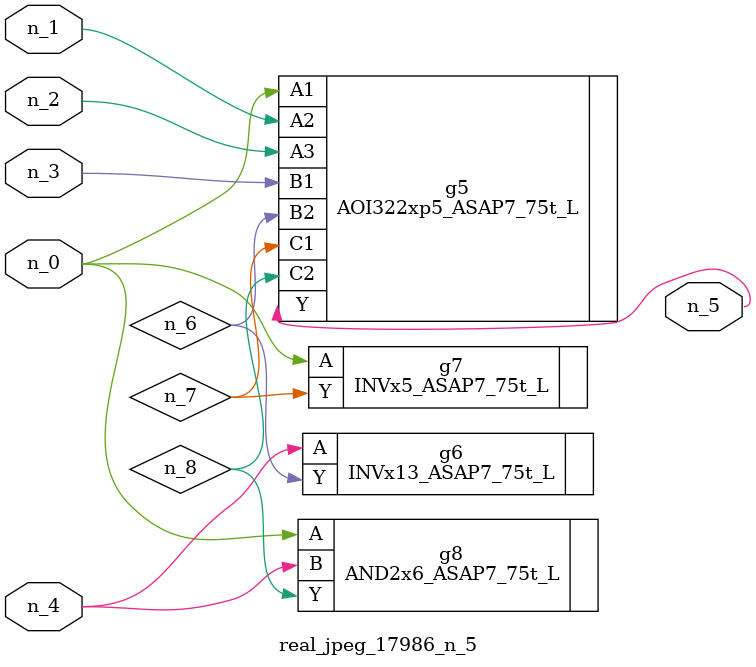
<source format=v>
module real_jpeg_17986_n_5 (n_4, n_0, n_1, n_2, n_3, n_5);

input n_4;
input n_0;
input n_1;
input n_2;
input n_3;

output n_5;

wire n_8;
wire n_6;
wire n_7;

AOI322xp5_ASAP7_75t_L g5 ( 
.A1(n_0),
.A2(n_1),
.A3(n_2),
.B1(n_3),
.B2(n_6),
.C1(n_7),
.C2(n_8),
.Y(n_5)
);

INVx5_ASAP7_75t_L g7 ( 
.A(n_0),
.Y(n_7)
);

AND2x6_ASAP7_75t_L g8 ( 
.A(n_0),
.B(n_4),
.Y(n_8)
);

INVx13_ASAP7_75t_L g6 ( 
.A(n_4),
.Y(n_6)
);


endmodule
</source>
